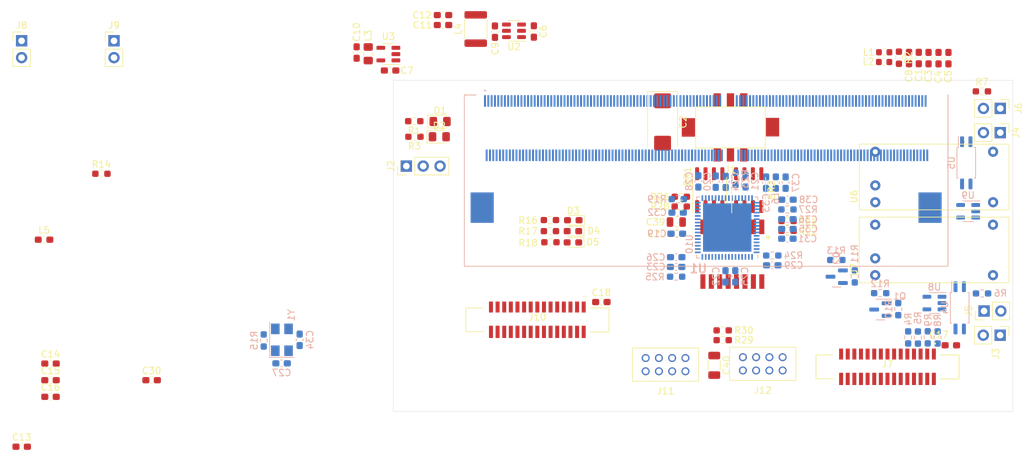
<source format=kicad_pcb>
(kicad_pcb (version 20221018) (generator pcbnew)
  (layers (0 "F.Cu" signal) (31 "B.Cu" signal) (34 "B.Paste" user) (35 "F.Paste" user) (36 "B.SilkS" user "B.Silkscreen") (37 "F.SilkS" user "F.Silkscreen") (38 "B.Mask" user) (39 "F.Mask" user) (44 "Edge.Cuts" user))
  (net 0 "")
  (net 1 "/USB_ETHERNET/RX-")
  (net 4 "/USB_ETHERNET/RX+")
  (net 5 "/USB_ETHERNET/ORx+")
  (net 8 "/USB_ETHERNET/ORx-")
  (net 9 "/USB_ETHERNET/TX-")
  (net 12 "/USB_ETHERNET/TX+")
  (net 13 "/USB_ETHERNET/OTx+")
  (net 16 "/USB_ETHERNET/OTx-")
  (net 17 "+5V")
  (net 18 "GND")
  (net 19 "Net-(C39-Pad1)")
  (net 20 "Net-(C40-Pad1)")
  (net 21 "Net-(D1-K)")
  (net 22 "+3V3")
  (net 23 "Net-(D2-K)")
  (net 24 "/LED_R")
  (net 25 "/USB_ETHERNET/SPD_LED")
  (net 26 "Net-(D3-A)")
  (net 27 "/USB_ETHERNET/LNKA_LED")
  (net 28 "Net-(D4-A)")
  (net 29 "/USB_ETHERNET/LED_FDX")
  (net 30 "Net-(D5-A)")
  (net 31 "/TX_UART")
  (net 32 "/RX_UART")
  (net 33 "/opto_out")
  (net 34 "+36V")
  (net 35 "GNDPWR")
  (net 36 "/opto_out_1")
  (net 37 "Net-(U3-VOUT)")
  (net 38 "+1V8")
  (net 39 "Net-(U2-SW)")
  (net 40 "/USB_ETHERNET/VDD33A")
  (net 41 "/USB_ETHERNET/VDD18E")
  (net 42 "/USB_ETHERNET/VDD18U")
  (net 43 "Net-(Q1-B)")
  (net 44 "/LDD_OUT")
  (net 45 "Net-(Q2-B)")
  (net 46 "/LDD_OUT_1")
  (net 47 "Net-(U2-BST)")
  (net 48 "Net-(R6-Pad1)")
  (net 49 "/Flash_EN")
  (net 50 "/USB_ETHERNET/DS1_D-")
  (net 51 "/USB_ETHERNET/DS1_D+")
  (net 52 "/USB_ETHERNET/DS2_D-")
  (net 53 "/USB_ETHERNET/DS2_D+")
  (net 54 "/USB_ETHERNET/RST")
  (net 55 "/USB_ETHERNET/VDD18")
  (net 56 "UP-D-")
  (net 57 "UP-D+")
  (net 58 "/USB_ETHERNET/XO")
  (net 59 "/USB_ETHERNET/XI")
  (net 60 "/Flash_EN_1")
  (net 61 "/CAM0_SDA")
  (net 62 "/CAM0_SCL")
  (net 63 "/CAM1_SCL")
  (net 64 "/CAM1_SDA")
  (net 65 "/CAM1_D3+")
  (net 66 "/CAM1_D3-")
  (net 67 "/CAM1_D2+")
  (net 68 "/CAM1_D2-")
  (net 69 "/CAM1_CLK+")
  (net 70 "/CAM1_CLK-")
  (net 71 "/CAM1_D1+")
  (net 72 "/CAM1_D1-")
  (net 73 "/CAM1_D0+")
  (net 74 "/CAM1_D0-")
  (net 75 "/CAM0_D1-")
  (net 76 "/CAM0_D1+")
  (net 77 "/CAM0_CLK-")
  (net 78 "/CAM0_CLK+")
  (net 79 "/CAM0_IO0")
  (net 80 "/CAM0_IO1")
  (net 81 "/CAM1_IO1")
  (net 82 "/CAM1_IO0")
  (net 83 "/VT")
  (net 84 "Net-(J5-Pin_1)")
  (net 85 "Net-(J5-Pin_2)")
  (net 86 "Net-(J6-Pin_1)")
  (net 87 "Net-(J6-Pin_2)")
  (net 260 "Net-(R7-Pad1)")
  (net 261 "Net-(R10-Pad2)")
  (net 262 "Net-(R11-Pad2)")
  (net 267 "Net-(U10B-VBUS_DET)")
  (net 278 "Net-(U10A-TCK)")
  (net 282 "Net-(U10B-AUTOMDIX_EN)")
  (net 287 "Net-(U10B-EXRES)")
  (net 288 "Net-(U10B-USBRBIAS)")
  (net 289 "Net-(L1-Pad2)")
  (net 290 "+12V")
  (net 291 "Net-(R29-Pad2)")
  (net 292 "Net-(R30-Pad2)")
  (net 294 "/CAM0_D0-")
  (net 296 "/CAM0_D0+")
  (net 300 "/USB_ETHERNET/DRx-")
  (net 302 "/USB_ETHERNET/DRx+")
  (net 304 "/USB_ETHERNET/DTx-")
  (net 306 "/USB_ETHERNET/DTx+")
  (footprint "Connector_PinHeader_2.54mm:PinHeader_1x02_P2.54mm_Vertical" (layer "F.Cu") (at 94.48 72.5175)
    (fp_text reference "J8")
    (fp_text value "FLASH")
  )
  (footprint "LED_SMD:LED_0603_1608Metric_Pad1.05x0.95mm_HandSolder" (layer "F.Cu") (at 177.7 101.25 180)
    (fp_text reference "D4")
    (fp_text value "LED_Small")
  )
  (footprint "Capacitor_SMD:C_0603_1608Metric_Pad1.08x0.95mm_HandSolder" (layer "F.Cu") (at 98.845 121.235)
    (fp_text reference "C14")
    (fp_text value "0.1uF")
  )
  (footprint "Capacitor_SMD:C_0603_1608Metric_Pad1.08x0.95mm_HandSolder" (layer "F.Cu") (at 158.0875 70.1375 180)
    (fp_text reference "C11")
    (fp_text value "22uF")
  )
  (footprint "Resistor_SMD:R_0603_1608Metric_Pad0.98x0.95mm_HandSolder" (layer "F.Cu") (at 174.225 101.25)
    (fp_text reference "R17")
    (fp_text value "1K")
  )
  (footprint "Resistor_SMD:R_0603_1608Metric_Pad0.98x0.95mm_HandSolder" (layer "F.Cu") (at 210.0925 101.205)
    (fp_text reference "R22")
    (fp_text value "50R")
  )
  (footprint "Inductor_SMD:L_0805_2012Metric_Pad1.15x1.40mm_HandSolder" (layer "F.Cu") (at 146.8 74.475 90)
    (fp_text reference "L3")
    (fp_text value "2.2uH")
  )
  (footprint "Connector_PinHeader_2.54mm:PinHeader_1x02_P2.54mm_Vertical" (layer "F.Cu") (at 239.75 113.3 90)
    (fp_text reference "J5")
    (fp_text value "STRB")
  )
  (footprint "Yavia_carrier:DF11-8DP-2DSA(08)" (layer "F.Cu") (at 206.35 121.275)
    (fp_text reference "J12")
    (fp_text value "Ethernet")
  )
  (footprint "Resistor_SMD:R_0603_1608Metric_Pad0.98x0.95mm_HandSolder" (layer "F.Cu") (at 226.9 75.07 -90)
    (fp_text reference "R2")
    (fp_text value "10m")
  )
  (footprint "Capacitor_SMD:C_1206_3216Metric" (layer "F.Cu") (at 199.025 121.5 -90)
    (fp_text reference "C40")
    (fp_text value "1000pF")
  )
  (footprint "Package_TO_SOT_SMD:SOT-23-5" (layer "F.Cu") (at 149.8375 74.525 180)
    (fp_text reference "U3")
    (fp_text value "LM3671")
  )
  (footprint "Resistor_SMD:R_0603_1608Metric_Pad0.98x0.95mm_HandSolder" (layer "F.Cu") (at 200.3 116.225 180)
    (fp_text reference "R30")
    (fp_text value "75R")
  )
  (footprint "Capacitor_SMD:C_0603_1608Metric_Pad1.08x0.95mm_HandSolder" (layer "F.Cu") (at 234.375 75.1375 90)
    (fp_text reference "C5")
    (fp_text value "22uF")
  )
  (footprint "Capacitor_SMD:C_0603_1608Metric_Pad1.08x0.95mm_HandSolder" (layer "F.Cu") (at 165.925 71.1375 -90)
    (fp_text reference "C9")
    (fp_text value "100nF")
  )
  (footprint "Connector_PinHeader_2.54mm:PinHeader_1x02_P2.54mm_Vertical" (layer "F.Cu") (at 242.175 116.95 -90)
    (fp_text reference "J3")
    (fp_text value "STRB_IS")
  )
  (footprint "Capacitor_SMD:C_0603_1608Metric_Pad1.08x0.95mm_HandSolder" (layer "F.Cu") (at 231.375 75.1325 90)
    (fp_text reference "C3")
    (fp_text value "22uF")
  )
  (footprint "Connector_PinHeader_2.54mm:PinHeader_1x02_P2.54mm_Vertical" (layer "F.Cu") (at 108.43 72.5175)
    (fp_text reference "J9")
    (fp_text value "FLASH")
  )
  (footprint "Yavia_carrier:DF11CZ-6DP-2V" (layer "F.Cu") (at 201.475 85.59)
    (fp_text reference "J1")
    (fp_text value "Power")
  )
  (footprint "Capacitor_SMD:C_0603_1608Metric_Pad1.08x0.95mm_HandSolder" (layer "F.Cu") (at 232.88 75.1375 90)
    (fp_text reference "C4")
    (fp_text value "22uF")
  )
  (footprint "Yavia_carrier:LDD-L" (layer "F.Cu") (at 232.21 104.085 90)
    (fp_text reference "U7")
    (fp_text value "LDD600L")
  )
  (footprint "Yavia_carrier:526101572" (layer "F.Cu") (at 225.175 121.725 180)
    (fp_text reference "J7")
    (fp_text value "52610-1572" hide)
  )
  (footprint "Connector_PinHeader_2.54mm:PinHeader_1x02_P2.54mm_Vertical" (layer "F.Cu") (at 242.2 86.375 -90)
    (fp_text reference "J4")
    (fp_text value "STRB_IS")
  )
  (footprint "Capacitor_SMD:C_0603_1608Metric_Pad1.08x0.95mm_HandSolder" (layer "F.Cu") (at 228.425 75.12 90)
    (fp_text reference "C8")
    (fp_text value "22uF")
  )
  (footprint "Resistor_SMD:R_0603_1608Metric_Pad0.98x0.95mm_HandSolder" (layer "F.Cu") (at 200.3 117.7 180)
    (fp_text reference "R29")
    (fp_text value "75R")
  )
  (footprint "Package_SO:SOIC-8_3.9x4.9mm_P1.27mm" (layer "F.Cu") (at 204.225 95.055 90)
    (fp_text reference "BR2")
    (fp_text value "SP4031")
  )
  (footprint "Package_SO:SOIC-8_3.9x4.9mm_P1.27mm" (layer "F.Cu") (at 198.345 95.055 90)
    (fp_text reference "BR1")
    (fp_text value "SP4031")
  )
  (footprint "LED_SMD:LED_0603_1608Metric_Pad1.05x0.95mm_HandSolder" (layer "F.Cu") (at 177.7 102.95 180)
    (fp_text reference "D5")
    (fp_text value "LED_Small")
  )
  (footprint "Capacitor_SMD:C_0603_1608Metric_Pad1.08x0.95mm_HandSolder" (layer "F.Cu") (at 98.845 126.255)
    (fp_text reference "C16")
    (fp_text value "0.1uF")
  )
  (footprint "Resistor_SMD:R_0603_1608Metric_Pad0.98x0.95mm_HandSolder" (layer "F.Cu") (at 174.3 102.925)
    (fp_text reference "R18")
    (fp_text value "1K")
  )
  (footprint "Package_TO_SOT_SMD:TSOT-23-6" (layer "F.Cu") (at 168.8 71.0125 180)
    (fp_text reference "U2")
    (fp_text value "AP63203")
  )
  (footprint "Resistor_SMD:R_0603_1608Metric_Pad0.98x0.95mm_HandSolder" (layer "F.Cu") (at 174.225 99.575)
    (fp_text reference "R16")
    (fp_text value "1K")
  )
  (footprint "Inductor_SMD:L_1812_4532Metric" (layer "F.Cu") (at 163.025 70.7375 90)
    (fp_text reference "L4")
    (fp_text value "3.9uH")
  )
  (footprint "Resistor_SMD:R_0603_1608Metric_Pad0.98x0.95mm_HandSolder" (layer "F.Cu") (at 153.75 84.65 180)
    (fp_text reference "R1")
    (fp_text value "1K")
  )
  (footprint "Capacitor_SMD:C_0603_1608Metric_Pad1.08x0.95mm_HandSolder" (layer "F.Cu") (at 229.9 75.12 90)
    (fp_text reference "C1")
    (fp_text value "22uF")
  )
  (footprint "LED_SMD:LED_0805_2012Metric_Pad1.15x1.40mm_HandSolder" (layer "F.Cu") (at 157.525 87)
    (fp_text reference "D2")
    (fp_text value "User")
  )
  (footprint "Resistor_SMD:R_0603_1608Metric_Pad0.98x0.95mm_HandSolder" (layer "F.Cu") (at 193.9675 97.53 180)
    (fp_text reference "R28")
    (fp_text value "50R")
  )
  (footprint "Resistor_SMD:R_0603_1608Metric_Pad0.98x0.95mm_HandSolder" (layer "F.Cu") (at 106.527301 92.582698)
    (fp_text reference "R14")
    (fp_text value "10K")
  )
  (footprint "Connector_PinHeader_2.54mm:PinHeader_1x03_P2.54mm_Vertical" (layer "F.Cu") (at 152.56 91.425 90)
    (fp_text reference "J2")
    (fp_text value "Serial")
  )
  (footprint "Capacitor_SMD:C_0805_2012Metric" (layer "F.Cu") (at 193.3 99.875 180)
    (fp_text reference "C39")
    (fp_text value "0.022uF")
  )
  (footprint "Inductor_SMD:L_0603_1608Metric" (layer "F.Cu") (at 224.6625 75.72)
    (fp_text reference "L2")
    (fp_text value "330 ohm/1.7A")
  )
  (footprint "Resistor_SMD:R_0603_1608Metric_Pad0.98x0.95mm_HandSolder" (layer "F.Cu") (at 193.98 96.055 180)
    (fp_text reference "R26")
    (fp_text value "50R")
  )
  (footprint "Capacitor_SMD:C_0603_1608Metric_Pad1.08x0.95mm_HandSolder" (layer "F.Cu") (at 171.8 71.1125 -90)
    (fp_text reference "C6")
    (fp_text value "10uF")
  )
  (footprint "Yavia_carrier:LDD-L" (layer "F.Cu") (at 232.225 93.075 90)
    (fp_text reference "U6")
    (fp_text value "LDD600L")
  )
  (footprint "Yavia_carrier:HXXXX" (layer "F.Cu") (at 201.76 104.7275 180)
    (fp_text reference "T1")
    (fp_text value "HX1188NL")
  )
  (footprint "Capacitor_SMD:C_0603_1608Metric_Pad1.08x0.95mm_HandSolder" (layer "F.Cu") (at 98.845 123.745)
    (fp_text reference "C15")
    (fp_text value "0.1uF")
  )
  (footprint "Capacitor_SMD:C_0603_1608Metric_Pad1.08x0.95mm_HandSolder" (layer "F.Cu") (at 181.9875 111.95)
    (fp_text reference "C18")
    (fp_text value "0.1uF")
  )
  (footprint "Resistor_SMD:R_0603_1608Metric_Pad0.98x0.95mm_HandSolder" (layer "F.Cu") (at 239.425 80.15)
    (fp_text reference "R7")
    (fp_text value "1K")
  )
  (footprint "Inductor_SMD:L_0603_1608Metric_Pad1.05x0.95mm_HandSolder" (layer "F.Cu") (at 97.87 102.5375)
    (fp_text reference "L5")
    (fp_text value "2A_120R_100MHz")
  )
  (footprint "Capacitor_SMD:C_0603_1608Metric_Pad1.08x0.95mm_HandSolder" (layer "F.Cu") (at 114.105 123.745)
    (fp_text reference "C30")
    (fp_text value "0.01uF")
  )
  (footprint "Resistor_SMD:R_0603_1608Metric_Pad0.98x0.95mm_HandSolder" (layer "F.Cu") (at 193.35 101.625 180)
    (fp_text reference "R20")
    (fp_text value "10R")
  )
  (footprint "Capacitor_SMD:C_0603_1608Metric_Pad1.08x0.95mm_HandSolder" (layer "F.Cu") (at 150.1 77 180)
    (fp_text reference "C7")
    (fp_text value "10uF")
  )
  (footprint "Capacitor_SMD:C_0603_1608Metric_Pad1.08x0.95mm_HandSolder" (layer "F.Cu") (at 234.7375 118.475)
    (fp_text reference "C17")
    (fp_text value "0.1uF")
  )
  (footprint "Resistor_SMD:R_0603_1608Metric_Pad0.98x0.95mm_HandSolder" (layer "F.Cu") (at 153.775 87 180)
    (fp_text reference "R3")
    (fp_text value "1K")
  )
  (footprint "Capacitor_Tantalum_SMD:CP_EIA-7343-31_Kemet-D_Pad2.25x2.55mm_HandSolder" (layer "F.Cu") (at 191.225 84.775 -90)
    (fp_text reference "C2")
    (fp_text value "220uF")
  )
  (footprint "Capacitor_SMD:C_0603_1608Metric_Pad1.08x0.95mm_HandSolder" (layer "F.Cu") (at 94.495 133.785)
    (fp_text reference "C13")
    (fp_text value "0.1uF")
  )
  (footprint "Connector_PinHeader_2.54mm:PinHeader_1x02_P2.54mm_Vertical" (layer "F.Cu") (at 242.2 82.725 -90)
    (fp_text reference "J6")
    (fp_text value "STRB")
  )
  (footprint "LED_SMD:LED_0805_2012Metric_Pad1.15x1.40mm_HandSolder" (layer "F.Cu") (at 157.65 84.7)
    (fp_text reference "D1")
    (fp_text value "5v")
  )
  (footprint "Inductor_SMD:L_0603_1608Metric" (layer "F.Cu") (at 224.675 74.245)
    (fp_text reference "L1")
    (fp_text value "330 ohm/1.7A")
  )
  (footprint "Capacitor_SMD:C_0603_1608Metric_Pad1.08x0.95mm_HandSolder" (layer "F.Cu") (at 145.05 74.2875 -90)
    (fp_text reference "C10")
    (fp_text value "10uF")
  )
  (footprint "Yavia_carrier:DF11-8DP-2DSA(08)" (layer "F.Cu") (at 191.675 121.4)
    (fp_text reference "J11")
    (fp_text value "USB")
  )
  (footprint "Yavia_carrier:526101572" (layer "F.Cu") (at 172.325 114.625 180)
    (fp_text reference "J10")
    (fp_text value "52610-1572" hide)
  )
  (footprint "Resistor_SMD:R_0603_1608Metric_Pad0.98x0.95mm_HandSolder" (layer "F.Cu") (at 210.0925 99.722698)
    (fp_text reference "R21")
    (fp_text value "50R")
  )
  (footprint "Capacitor_SMD:C_0603_1608Metric_Pad1.08x0.95mm_HandSolder" (layer "F.Cu") (at 158.0875 68.6375 180)
    (fp_text reference "C12")
    (fp_text value "22uF")
  )
  (footprint "LED_SMD:LED_0603_1608Metric_Pad1.05x0.95mm_HandSolder" (layer "F.Cu") (at 177.75 99.6 180)
    (fp_text reference "D3")
    (fp_text value "LED_Small")
  )
  (footprint "Capacitor_SMD:C_0603_1608Metric_Pad1.08x0.95mm_HandSolder" (layer "B.Cu") (at 199.25 93.775 90)
    (fp_text reference "C20")
    (fp_text value "4.7uF")
  )
  (footprint "Package_SO:SOP-4_4.4x2.6mm_P1.27mm" (layer "B.Cu") (at 237.065 90.9375 -90)
    (fp_text reference "U5")
    (fp_text value "TCMT1103")
  )
  (footprint "Resistor_SMD:R_0603_1608Metric_Pad0.98x0.95mm_HandSolder" (layer "B.Cu") (at 231.25 117.2775 90)
    (fp_text reference "R9")
    (fp_text value "500K")
  )
  (footprint "Resistor_SMD:R_0603_1608Metric_Pad0.98x0.95mm_HandSolder" (layer "B.Cu") (at 226.8 113.0175 -90)
    (fp_text reference "R10")
    (fp_text value "1K")
  )
  (footprint "Capacitor_SMD:C_0603_1608Metric_Pad1.08x0.95mm_HandSolder" (layer "B.Cu") (at 202.2 108.075 -90)
    (fp_text reference "C25")
    (fp_text value "0.1uF")
  )
  (footprint "Package_TO_SOT_SMD:SOT-23-5" (layer "B.Cu") (at 237.35 98.25 180)
    (fp_text reference "U9")
    (fp_text value "74AHC1G32")
  )
  (footprint "Crystal:Crystal_SMD_5032-4Pin_5.0x3.2mm" (layer "B.Cu") (at 133.775 117.65 90)
    (fp_text reference "Y1")
    (fp_text value "25MHZ")
  )
  (footprint "Capacitor_SMD:C_0603_1608Metric_Pad1.08x0.95mm_HandSolder" (layer "B.Cu") (at 200.725 108.075 -90)
    (fp_text reference "C22")
    (fp_text value "0.1uF")
  )
  (footprint "Capacitor_SMD:C_0603_1608Metric_Pad1.08x0.95mm_HandSolder" (layer "B.Cu") (at 133.725 121.2)
    (fp_text reference "C27")
    (fp_text value "33pF")
  )
  (footprint "Resistor_SMD:R_0603_1608Metric_Pad0.98x0.95mm_HandSolder" (layer "B.Cu") (at 229.77 117.3075 -90)
    (fp_text reference "R5")
    (fp_text value "4.7K")
  )
  (footprint "Resistor_SMD:R_0603_1608Metric_Pad0.98x0.95mm_HandSolder" (layer "B.Cu") (at 210.075 97.975)
    (fp_text reference "R27")
    (fp_text value "12.4K")
  )
  (footprint "Package_TO_SOT_SMD:SOT-23" (layer "B.Cu") (at 224.1 113.08 180)
    (fp_text reference "Q1")
    (fp_text value "MMBT2222ALT1G")
  )
  (footprint "Resistor_SMD:R_0603_1608Metric_Pad0.98x0.95mm_HandSolder" (layer "B.Cu") (at 239.45 110.65)
    (fp_text reference "R6")
    (fp_text value "1K")
  )
  (footprint "Capacitor_SMD:C_0603_1608Metric_Pad1.08x0.95mm_HandSolder" (layer "B.Cu") (at 210.0825 96.5)
    (fp_text reference "C38")
    (fp_text value "0.1uF")
  )
  (footprint "Capacitor_SMD:C_0603_1608Metric_Pad1.08x0.95mm_HandSolder" (layer "B.Cu") (at 136.45 117.65 -90)
    (fp_text reference "C34")
    (fp_text value "33pF")
  )
  (footprint "Resistor_SMD:R_0603_1608Metric_Pad0.98x0.95mm_HandSolder" (layer "B.Cu") (at 228.297302 117.290199 -90)
    (fp_text reference "R4")
    (fp_text value "4.7K")
  )
  (footprint "Capacitor_SMD:C_0603_1608Metric_Pad1.08x0.95mm_HandSolder" (layer "B.Cu") (at 210.0675 99.44)
    (fp_text reference "C36")
    (fp_text value "0.1uF")
  )
  (footprint "Capacitor_SMD:C_0603_1608Metric_Pad1.08x0.95mm_HandSolder" (layer "B.Cu") (at 209.8 93.925 -90)
    (fp_text reference "C37")
    (fp_text value "1uF")
  )
  (footprint "Resistor_SMD:R_0603_1608Metric_Pad0.98x0.95mm_HandSolder" (layer "B.Cu") (at 193.5125 96.42 180)
    (fp_text reference "R19")
    (fp_text value "10K")
  )
  (footprint "Resistor_SMD:R_0603_1608Metric_Pad0.98x0.95mm_HandSolder" (layer "B.Cu") (at 202.25 93.35 90)
    (fp_text reference "R23")
    (fp_text value "10K")
  )
  (footprint "Resistor_SMD:R_0603_1608Metric_Pad0.98x0.95mm_HandSolder" (layer "B.Cu") (at 224.075 110.605 180)
    (fp_text reference "R12")
    (fp_text value "10K")
  )
  (footprint "Capacitor_SMD:C_0603_1608Metric_Pad1.08x0.95mm_HandSolder" (layer "B.Cu") (at 200.75 93.8 90)
    (fp_text reference "C24")
    (fp_text value "0.1uF")
  )
  (footprint "Yavia_carrier:23094092" (layer "B.Cu") (at 197.8 93.625 180)
    (fp_text reference "U1")
    (fp_text value "Verdin iMX8M Plus" hide)
  )
  (footprint "Package_TO_SOT_SMD:SOT-23-5" (layer "B.Cu") (at 232.2625 112.1 180)
    (fp_text reference "U8")
    (fp_text value "74AHC1G32")
  )
  (footprint "Capacitor_SMD:C_0603_1608Metric_Pad1.08x0.95mm_HandSolder" (layer "B.Cu") (at 203.75 93.725 90)
    (fp_text reference "C21")
    (fp_text value "0.1uF")
  )
  (footprint "Resistor_SMD:R_0603_1608Metric_Pad0.98x0.95mm_HandSolder" (layer "B.Cu") (at 193.275 108.125 180)
    (fp_text reference "R25")
    (fp_text value "825 1/10W")
  )
  (footprint "Capacitor_SMD:C_0603_1608Metric_Pad1.08x0.95mm_HandSolder" (layer "B.Cu") (at 193.275 106.65 180)
    (fp_text reference "C23")
    (fp_text value "0.1uF")
  )
  (footprint "Package_DFN_QFN:QFN-64-1EP_9x9mm_P0.5mm_EP7.3x7.3mm" (layer "B.Cu") (at 200.985 100.7 90)
    (fp_text reference "U10")
    (fp_text value "LAN9512i")
  )
  (footprint "Capacitor_SMD:C_0603_1608Metric_Pad1.08x0.95mm_HandSolder" (layer "B.Cu") (at 207.7875 106.4)
    (fp_text reference "C29")
    (fp_text value "0.1uF")
  )
  (footprint "Capacitor_SMD:C_0603_1608Metric_Pad1.08x0.95mm_HandSolder" (layer "B.Cu") (at 210.0675 100.915)
    (fp_text reference "C35")
    (fp_text value "0.1uF")
  )
  (footprint "Package_TO_SOT_SMD:SOT-23" (layer "B.Cu") (at 217.5125 108.125 180)
    (fp_text reference "Q2")
    (fp_text value "MMBT2222ALT1G")
  )
  (footprint "Resistor_SMD:R_0603_1608Metric_Pad0.98x0.95mm_HandSolder" (layer "B.Cu") (at 232.74 117.2975 90)
    (fp_text reference "R8")
    (fp_text value "500K")
  )
  (footprint "Capacitor_SMD:C_0603_1608Metric_Pad1.08x0.95mm_HandSolder" (layer "B.Cu") (at 210.0675 102.39)
    (fp_text reference "C31")
    (fp_text value "0.1uF")
  )
  (footprint "Capacitor_SMD:C_0603_1608Metric_Pad1.08x0.95mm_HandSolder" (layer "B.Cu") (at 193.3875 101.625 180)
    (fp_text reference "C19")
    (fp_text value "0.1uF")
  )
  (footprint "Package_SO:SOP-4_4.4x2.6mm_P1.27mm" (layer "B.Cu") (at 236.075 112.825 -90)
    (fp_text reference "U4")
    (fp_text value "TCMT1103")
  )
  (footprint "Capacitor_SMD:C_0603_1608Metric_Pad1.08x0.95mm_HandSolder" (layer "B.Cu") (at 206.85 93.925 90)
    (fp_text reference "C33")
    (fp_text value "0.1uF")
  )
  (footprint "Resistor_SMD:R_0603_1608Metric_Pad0.98x0.95mm_HandSolder" (layer "B.Cu") (at 217.45 105.6 180)
    (fp_text reference "R13")
    (fp_text value "10K")
  )
  (footprint "Inductor_SMD:L_0603_1608Metric_Pad1.05x0.95mm_HandSolder" (layer "B.Cu") (at 208.325 93.925 90)
    (fp_text reference "L6")
    (fp_text value "2A_120R_100MHz")
  )
  (footprint "Capacitor_SMD:C_0603_1608Metric_Pad1.08x0.95mm_HandSolder" (layer "B.Cu") (at 193.5 98.45 180)
    (fp_text reference "C32")
    (fp_text value "0.1uF")
  )
  (footprint "Resistor_SMD:R_0603_1608Metric_Pad0.98x0.95mm_HandSolder" (layer "B.Cu") (at 131.025 117.75 -90)
    (fp_text reference "R15")
    (fp_text value "1M")
  )
  (footprint "Resistor_SMD:R_0603_1608Metric_Pad0.98x0.95mm_HandSolder" (layer "B.Cu") (at 220.2375 108.075 -90)
    (fp_text reference "R11")
    (fp_text value "1K")
  )
  (footprint "Capacitor_SMD:C_0603_1608Metric_Pad1.08x0.95mm_HandSolder" (layer "B.Cu") (at 196.625 93.7375 90)
    (fp_text reference "C28")
    (fp_text value "0.1uF")
  )
  (footprint "Resistor_SMD:R_0603_1608Metric_Pad0.98x0.95mm_HandSolder" (layer "B.Cu") (at 207.7875 104.925)
    (fp_text reference "R24")
    (fp_text value "12.0K 1/10W")
  )
  (footprint "Capacitor_SMD:C_0603_1608Metric_Pad1.08x0.95mm_HandSolder" (layer "B.Cu") (at 193.2875 105.175 180)
    (fp_text reference "C26")
    (fp_text value "0.1uF")
  )
  (gr_line (start 150.6 78.47) (end 244.1 78.47) (stroke (width 0.05)) (layer "Edge.Cuts"))
  (gr_line (start 150.6 78.47) (end 150.6 128.47) (stroke (width 0.05)) (layer "Edge.Cuts"))
  (gr_line (start 244.1 78.47) (end 244.1 128.47) (stroke (width 0.05)) (layer "Edge.Cuts"))
  (gr_line (start 150.6 128.47) (end 244.1 128.47) (stroke (width 0.05)) (layer "Edge.Cuts"))
  (segment (start 236.43 87.75) (end 236.675 87.75) (width 0.25) (layer "B.Cu") (net 87))
)
</source>
